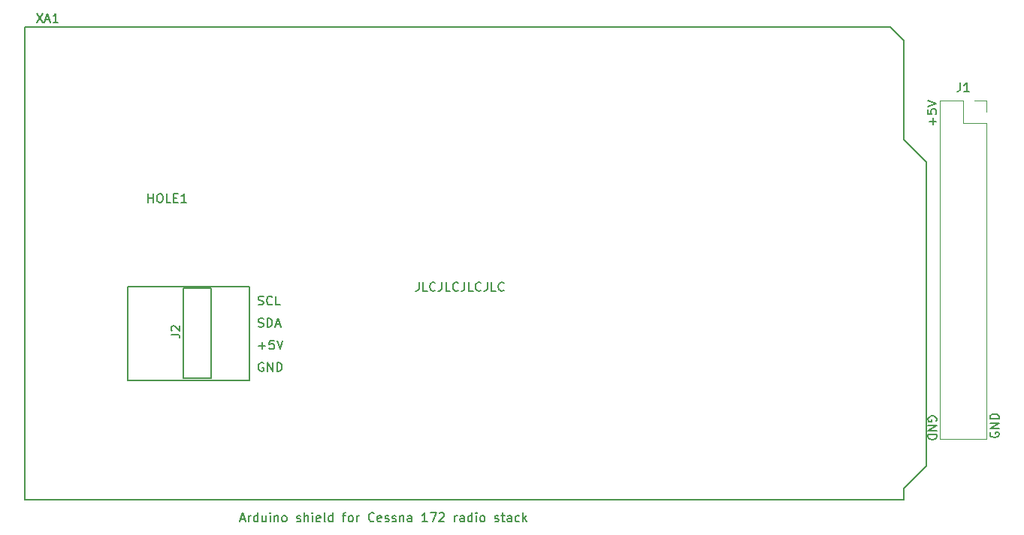
<source format=gbr>
%TF.GenerationSoftware,KiCad,Pcbnew,(5.1.6)-1*%
%TF.CreationDate,2020-09-26T17:31:42-07:00*%
%TF.ProjectId,ArduinoShield,41726475-696e-46f5-9368-69656c642e6b,rev?*%
%TF.SameCoordinates,Original*%
%TF.FileFunction,Legend,Top*%
%TF.FilePolarity,Positive*%
%FSLAX46Y46*%
G04 Gerber Fmt 4.6, Leading zero omitted, Abs format (unit mm)*
G04 Created by KiCad (PCBNEW (5.1.6)-1) date 2020-09-26 17:31:42*
%MOMM*%
%LPD*%
G01*
G04 APERTURE LIST*
%ADD10C,0.150000*%
%ADD11C,0.120000*%
%ADD12C,0.203200*%
G04 APERTURE END LIST*
D10*
X144380952Y-94452380D02*
X144380952Y-95166666D01*
X144333333Y-95309523D01*
X144238095Y-95404761D01*
X144095238Y-95452380D01*
X144000000Y-95452380D01*
X145333333Y-95452380D02*
X144857142Y-95452380D01*
X144857142Y-94452380D01*
X146238095Y-95357142D02*
X146190476Y-95404761D01*
X146047619Y-95452380D01*
X145952380Y-95452380D01*
X145809523Y-95404761D01*
X145714285Y-95309523D01*
X145666666Y-95214285D01*
X145619047Y-95023809D01*
X145619047Y-94880952D01*
X145666666Y-94690476D01*
X145714285Y-94595238D01*
X145809523Y-94500000D01*
X145952380Y-94452380D01*
X146047619Y-94452380D01*
X146190476Y-94500000D01*
X146238095Y-94547619D01*
X146952380Y-94452380D02*
X146952380Y-95166666D01*
X146904761Y-95309523D01*
X146809523Y-95404761D01*
X146666666Y-95452380D01*
X146571428Y-95452380D01*
X147904761Y-95452380D02*
X147428571Y-95452380D01*
X147428571Y-94452380D01*
X148809523Y-95357142D02*
X148761904Y-95404761D01*
X148619047Y-95452380D01*
X148523809Y-95452380D01*
X148380952Y-95404761D01*
X148285714Y-95309523D01*
X148238095Y-95214285D01*
X148190476Y-95023809D01*
X148190476Y-94880952D01*
X148238095Y-94690476D01*
X148285714Y-94595238D01*
X148380952Y-94500000D01*
X148523809Y-94452380D01*
X148619047Y-94452380D01*
X148761904Y-94500000D01*
X148809523Y-94547619D01*
X149523809Y-94452380D02*
X149523809Y-95166666D01*
X149476190Y-95309523D01*
X149380952Y-95404761D01*
X149238095Y-95452380D01*
X149142857Y-95452380D01*
X150476190Y-95452380D02*
X150000000Y-95452380D01*
X150000000Y-94452380D01*
X151380952Y-95357142D02*
X151333333Y-95404761D01*
X151190476Y-95452380D01*
X151095238Y-95452380D01*
X150952380Y-95404761D01*
X150857142Y-95309523D01*
X150809523Y-95214285D01*
X150761904Y-95023809D01*
X150761904Y-94880952D01*
X150809523Y-94690476D01*
X150857142Y-94595238D01*
X150952380Y-94500000D01*
X151095238Y-94452380D01*
X151190476Y-94452380D01*
X151333333Y-94500000D01*
X151380952Y-94547619D01*
X152095238Y-94452380D02*
X152095238Y-95166666D01*
X152047619Y-95309523D01*
X151952380Y-95404761D01*
X151809523Y-95452380D01*
X151714285Y-95452380D01*
X153047619Y-95452380D02*
X152571428Y-95452380D01*
X152571428Y-94452380D01*
X153952380Y-95357142D02*
X153904761Y-95404761D01*
X153761904Y-95452380D01*
X153666666Y-95452380D01*
X153523809Y-95404761D01*
X153428571Y-95309523D01*
X153380952Y-95214285D01*
X153333333Y-95023809D01*
X153333333Y-94880952D01*
X153380952Y-94690476D01*
X153428571Y-94595238D01*
X153523809Y-94500000D01*
X153666666Y-94452380D01*
X153761904Y-94452380D01*
X153904761Y-94500000D01*
X153952380Y-94547619D01*
X124287976Y-121166666D02*
X124764166Y-121166666D01*
X124192738Y-121452380D02*
X124526071Y-120452380D01*
X124859404Y-121452380D01*
X125192738Y-121452380D02*
X125192738Y-120785714D01*
X125192738Y-120976190D02*
X125240357Y-120880952D01*
X125287976Y-120833333D01*
X125383214Y-120785714D01*
X125478452Y-120785714D01*
X126240357Y-121452380D02*
X126240357Y-120452380D01*
X126240357Y-121404761D02*
X126145119Y-121452380D01*
X125954642Y-121452380D01*
X125859404Y-121404761D01*
X125811785Y-121357142D01*
X125764166Y-121261904D01*
X125764166Y-120976190D01*
X125811785Y-120880952D01*
X125859404Y-120833333D01*
X125954642Y-120785714D01*
X126145119Y-120785714D01*
X126240357Y-120833333D01*
X127145119Y-120785714D02*
X127145119Y-121452380D01*
X126716547Y-120785714D02*
X126716547Y-121309523D01*
X126764166Y-121404761D01*
X126859404Y-121452380D01*
X127002261Y-121452380D01*
X127097500Y-121404761D01*
X127145119Y-121357142D01*
X127621309Y-121452380D02*
X127621309Y-120785714D01*
X127621309Y-120452380D02*
X127573690Y-120500000D01*
X127621309Y-120547619D01*
X127668928Y-120500000D01*
X127621309Y-120452380D01*
X127621309Y-120547619D01*
X128097500Y-120785714D02*
X128097500Y-121452380D01*
X128097500Y-120880952D02*
X128145119Y-120833333D01*
X128240357Y-120785714D01*
X128383214Y-120785714D01*
X128478452Y-120833333D01*
X128526071Y-120928571D01*
X128526071Y-121452380D01*
X129145119Y-121452380D02*
X129049880Y-121404761D01*
X129002261Y-121357142D01*
X128954642Y-121261904D01*
X128954642Y-120976190D01*
X129002261Y-120880952D01*
X129049880Y-120833333D01*
X129145119Y-120785714D01*
X129287976Y-120785714D01*
X129383214Y-120833333D01*
X129430833Y-120880952D01*
X129478452Y-120976190D01*
X129478452Y-121261904D01*
X129430833Y-121357142D01*
X129383214Y-121404761D01*
X129287976Y-121452380D01*
X129145119Y-121452380D01*
X130621309Y-121404761D02*
X130716547Y-121452380D01*
X130907023Y-121452380D01*
X131002261Y-121404761D01*
X131049880Y-121309523D01*
X131049880Y-121261904D01*
X131002261Y-121166666D01*
X130907023Y-121119047D01*
X130764166Y-121119047D01*
X130668928Y-121071428D01*
X130621309Y-120976190D01*
X130621309Y-120928571D01*
X130668928Y-120833333D01*
X130764166Y-120785714D01*
X130907023Y-120785714D01*
X131002261Y-120833333D01*
X131478452Y-121452380D02*
X131478452Y-120452380D01*
X131907023Y-121452380D02*
X131907023Y-120928571D01*
X131859404Y-120833333D01*
X131764166Y-120785714D01*
X131621309Y-120785714D01*
X131526071Y-120833333D01*
X131478452Y-120880952D01*
X132383214Y-121452380D02*
X132383214Y-120785714D01*
X132383214Y-120452380D02*
X132335595Y-120500000D01*
X132383214Y-120547619D01*
X132430833Y-120500000D01*
X132383214Y-120452380D01*
X132383214Y-120547619D01*
X133240357Y-121404761D02*
X133145119Y-121452380D01*
X132954642Y-121452380D01*
X132859404Y-121404761D01*
X132811785Y-121309523D01*
X132811785Y-120928571D01*
X132859404Y-120833333D01*
X132954642Y-120785714D01*
X133145119Y-120785714D01*
X133240357Y-120833333D01*
X133287976Y-120928571D01*
X133287976Y-121023809D01*
X132811785Y-121119047D01*
X133859404Y-121452380D02*
X133764166Y-121404761D01*
X133716547Y-121309523D01*
X133716547Y-120452380D01*
X134668928Y-121452380D02*
X134668928Y-120452380D01*
X134668928Y-121404761D02*
X134573690Y-121452380D01*
X134383214Y-121452380D01*
X134287976Y-121404761D01*
X134240357Y-121357142D01*
X134192738Y-121261904D01*
X134192738Y-120976190D01*
X134240357Y-120880952D01*
X134287976Y-120833333D01*
X134383214Y-120785714D01*
X134573690Y-120785714D01*
X134668928Y-120833333D01*
X135764166Y-120785714D02*
X136145119Y-120785714D01*
X135907023Y-121452380D02*
X135907023Y-120595238D01*
X135954642Y-120500000D01*
X136049880Y-120452380D01*
X136145119Y-120452380D01*
X136621309Y-121452380D02*
X136526071Y-121404761D01*
X136478452Y-121357142D01*
X136430833Y-121261904D01*
X136430833Y-120976190D01*
X136478452Y-120880952D01*
X136526071Y-120833333D01*
X136621309Y-120785714D01*
X136764166Y-120785714D01*
X136859404Y-120833333D01*
X136907023Y-120880952D01*
X136954642Y-120976190D01*
X136954642Y-121261904D01*
X136907023Y-121357142D01*
X136859404Y-121404761D01*
X136764166Y-121452380D01*
X136621309Y-121452380D01*
X137383214Y-121452380D02*
X137383214Y-120785714D01*
X137383214Y-120976190D02*
X137430833Y-120880952D01*
X137478452Y-120833333D01*
X137573690Y-120785714D01*
X137668928Y-120785714D01*
X139335595Y-121357142D02*
X139287976Y-121404761D01*
X139145119Y-121452380D01*
X139049880Y-121452380D01*
X138907023Y-121404761D01*
X138811785Y-121309523D01*
X138764166Y-121214285D01*
X138716547Y-121023809D01*
X138716547Y-120880952D01*
X138764166Y-120690476D01*
X138811785Y-120595238D01*
X138907023Y-120500000D01*
X139049880Y-120452380D01*
X139145119Y-120452380D01*
X139287976Y-120500000D01*
X139335595Y-120547619D01*
X140145119Y-121404761D02*
X140049880Y-121452380D01*
X139859404Y-121452380D01*
X139764166Y-121404761D01*
X139716547Y-121309523D01*
X139716547Y-120928571D01*
X139764166Y-120833333D01*
X139859404Y-120785714D01*
X140049880Y-120785714D01*
X140145119Y-120833333D01*
X140192738Y-120928571D01*
X140192738Y-121023809D01*
X139716547Y-121119047D01*
X140573690Y-121404761D02*
X140668928Y-121452380D01*
X140859404Y-121452380D01*
X140954642Y-121404761D01*
X141002261Y-121309523D01*
X141002261Y-121261904D01*
X140954642Y-121166666D01*
X140859404Y-121119047D01*
X140716547Y-121119047D01*
X140621309Y-121071428D01*
X140573690Y-120976190D01*
X140573690Y-120928571D01*
X140621309Y-120833333D01*
X140716547Y-120785714D01*
X140859404Y-120785714D01*
X140954642Y-120833333D01*
X141383214Y-121404761D02*
X141478452Y-121452380D01*
X141668928Y-121452380D01*
X141764166Y-121404761D01*
X141811785Y-121309523D01*
X141811785Y-121261904D01*
X141764166Y-121166666D01*
X141668928Y-121119047D01*
X141526071Y-121119047D01*
X141430833Y-121071428D01*
X141383214Y-120976190D01*
X141383214Y-120928571D01*
X141430833Y-120833333D01*
X141526071Y-120785714D01*
X141668928Y-120785714D01*
X141764166Y-120833333D01*
X142240357Y-120785714D02*
X142240357Y-121452380D01*
X142240357Y-120880952D02*
X142287976Y-120833333D01*
X142383214Y-120785714D01*
X142526071Y-120785714D01*
X142621309Y-120833333D01*
X142668928Y-120928571D01*
X142668928Y-121452380D01*
X143573690Y-121452380D02*
X143573690Y-120928571D01*
X143526071Y-120833333D01*
X143430833Y-120785714D01*
X143240357Y-120785714D01*
X143145119Y-120833333D01*
X143573690Y-121404761D02*
X143478452Y-121452380D01*
X143240357Y-121452380D01*
X143145119Y-121404761D01*
X143097500Y-121309523D01*
X143097500Y-121214285D01*
X143145119Y-121119047D01*
X143240357Y-121071428D01*
X143478452Y-121071428D01*
X143573690Y-121023809D01*
X145335595Y-121452380D02*
X144764166Y-121452380D01*
X145049880Y-121452380D02*
X145049880Y-120452380D01*
X144954642Y-120595238D01*
X144859404Y-120690476D01*
X144764166Y-120738095D01*
X145668928Y-120452380D02*
X146335595Y-120452380D01*
X145907023Y-121452380D01*
X146668928Y-120547619D02*
X146716547Y-120500000D01*
X146811785Y-120452380D01*
X147049880Y-120452380D01*
X147145119Y-120500000D01*
X147192738Y-120547619D01*
X147240357Y-120642857D01*
X147240357Y-120738095D01*
X147192738Y-120880952D01*
X146621309Y-121452380D01*
X147240357Y-121452380D01*
X148430833Y-121452380D02*
X148430833Y-120785714D01*
X148430833Y-120976190D02*
X148478452Y-120880952D01*
X148526071Y-120833333D01*
X148621309Y-120785714D01*
X148716547Y-120785714D01*
X149478452Y-121452380D02*
X149478452Y-120928571D01*
X149430833Y-120833333D01*
X149335595Y-120785714D01*
X149145119Y-120785714D01*
X149049880Y-120833333D01*
X149478452Y-121404761D02*
X149383214Y-121452380D01*
X149145119Y-121452380D01*
X149049880Y-121404761D01*
X149002261Y-121309523D01*
X149002261Y-121214285D01*
X149049880Y-121119047D01*
X149145119Y-121071428D01*
X149383214Y-121071428D01*
X149478452Y-121023809D01*
X150383214Y-121452380D02*
X150383214Y-120452380D01*
X150383214Y-121404761D02*
X150287976Y-121452380D01*
X150097500Y-121452380D01*
X150002261Y-121404761D01*
X149954642Y-121357142D01*
X149907023Y-121261904D01*
X149907023Y-120976190D01*
X149954642Y-120880952D01*
X150002261Y-120833333D01*
X150097500Y-120785714D01*
X150287976Y-120785714D01*
X150383214Y-120833333D01*
X150859404Y-121452380D02*
X150859404Y-120785714D01*
X150859404Y-120452380D02*
X150811785Y-120500000D01*
X150859404Y-120547619D01*
X150907023Y-120500000D01*
X150859404Y-120452380D01*
X150859404Y-120547619D01*
X151478452Y-121452380D02*
X151383214Y-121404761D01*
X151335595Y-121357142D01*
X151287976Y-121261904D01*
X151287976Y-120976190D01*
X151335595Y-120880952D01*
X151383214Y-120833333D01*
X151478452Y-120785714D01*
X151621309Y-120785714D01*
X151716547Y-120833333D01*
X151764166Y-120880952D01*
X151811785Y-120976190D01*
X151811785Y-121261904D01*
X151764166Y-121357142D01*
X151716547Y-121404761D01*
X151621309Y-121452380D01*
X151478452Y-121452380D01*
X152954642Y-121404761D02*
X153049880Y-121452380D01*
X153240357Y-121452380D01*
X153335595Y-121404761D01*
X153383214Y-121309523D01*
X153383214Y-121261904D01*
X153335595Y-121166666D01*
X153240357Y-121119047D01*
X153097500Y-121119047D01*
X153002261Y-121071428D01*
X152954642Y-120976190D01*
X152954642Y-120928571D01*
X153002261Y-120833333D01*
X153097500Y-120785714D01*
X153240357Y-120785714D01*
X153335595Y-120833333D01*
X153668928Y-120785714D02*
X154049880Y-120785714D01*
X153811785Y-120452380D02*
X153811785Y-121309523D01*
X153859404Y-121404761D01*
X153954642Y-121452380D01*
X154049880Y-121452380D01*
X154811785Y-121452380D02*
X154811785Y-120928571D01*
X154764166Y-120833333D01*
X154668928Y-120785714D01*
X154478452Y-120785714D01*
X154383214Y-120833333D01*
X154811785Y-121404761D02*
X154716547Y-121452380D01*
X154478452Y-121452380D01*
X154383214Y-121404761D01*
X154335595Y-121309523D01*
X154335595Y-121214285D01*
X154383214Y-121119047D01*
X154478452Y-121071428D01*
X154716547Y-121071428D01*
X154811785Y-121023809D01*
X155716547Y-121404761D02*
X155621309Y-121452380D01*
X155430833Y-121452380D01*
X155335595Y-121404761D01*
X155287976Y-121357142D01*
X155240357Y-121261904D01*
X155240357Y-120976190D01*
X155287976Y-120880952D01*
X155335595Y-120833333D01*
X155430833Y-120785714D01*
X155621309Y-120785714D01*
X155716547Y-120833333D01*
X156145119Y-121452380D02*
X156145119Y-120452380D01*
X156240357Y-121071428D02*
X156526071Y-121452380D01*
X156526071Y-120785714D02*
X156145119Y-121166666D01*
X126859404Y-103548000D02*
X126764166Y-103500380D01*
X126621309Y-103500380D01*
X126478452Y-103548000D01*
X126383214Y-103643238D01*
X126335595Y-103738476D01*
X126287976Y-103928952D01*
X126287976Y-104071809D01*
X126335595Y-104262285D01*
X126383214Y-104357523D01*
X126478452Y-104452761D01*
X126621309Y-104500380D01*
X126716547Y-104500380D01*
X126859404Y-104452761D01*
X126907023Y-104405142D01*
X126907023Y-104071809D01*
X126716547Y-104071809D01*
X127335595Y-104500380D02*
X127335595Y-103500380D01*
X127907023Y-104500380D01*
X127907023Y-103500380D01*
X128383214Y-104500380D02*
X128383214Y-103500380D01*
X128621309Y-103500380D01*
X128764166Y-103548000D01*
X128859404Y-103643238D01*
X128907023Y-103738476D01*
X128954642Y-103928952D01*
X128954642Y-104071809D01*
X128907023Y-104262285D01*
X128859404Y-104357523D01*
X128764166Y-104452761D01*
X128621309Y-104500380D01*
X128383214Y-104500380D01*
X126335595Y-101619428D02*
X127097500Y-101619428D01*
X126716547Y-102000380D02*
X126716547Y-101238476D01*
X128049880Y-101000380D02*
X127573690Y-101000380D01*
X127526071Y-101476571D01*
X127573690Y-101428952D01*
X127668928Y-101381333D01*
X127907023Y-101381333D01*
X128002261Y-101428952D01*
X128049880Y-101476571D01*
X128097500Y-101571809D01*
X128097500Y-101809904D01*
X128049880Y-101905142D01*
X128002261Y-101952761D01*
X127907023Y-102000380D01*
X127668928Y-102000380D01*
X127573690Y-101952761D01*
X127526071Y-101905142D01*
X128383214Y-101000380D02*
X128716547Y-102000380D01*
X129049880Y-101000380D01*
X126287976Y-99452761D02*
X126430833Y-99500380D01*
X126668928Y-99500380D01*
X126764166Y-99452761D01*
X126811785Y-99405142D01*
X126859404Y-99309904D01*
X126859404Y-99214666D01*
X126811785Y-99119428D01*
X126764166Y-99071809D01*
X126668928Y-99024190D01*
X126478452Y-98976571D01*
X126383214Y-98928952D01*
X126335595Y-98881333D01*
X126287976Y-98786095D01*
X126287976Y-98690857D01*
X126335595Y-98595619D01*
X126383214Y-98548000D01*
X126478452Y-98500380D01*
X126716547Y-98500380D01*
X126859404Y-98548000D01*
X127287976Y-99500380D02*
X127287976Y-98500380D01*
X127526071Y-98500380D01*
X127668928Y-98548000D01*
X127764166Y-98643238D01*
X127811785Y-98738476D01*
X127859404Y-98928952D01*
X127859404Y-99071809D01*
X127811785Y-99262285D01*
X127764166Y-99357523D01*
X127668928Y-99452761D01*
X127526071Y-99500380D01*
X127287976Y-99500380D01*
X128240357Y-99214666D02*
X128716547Y-99214666D01*
X128145119Y-99500380D02*
X128478452Y-98500380D01*
X128811785Y-99500380D01*
X126287976Y-96952761D02*
X126430833Y-97000380D01*
X126668928Y-97000380D01*
X126764166Y-96952761D01*
X126811785Y-96905142D01*
X126859404Y-96809904D01*
X126859404Y-96714666D01*
X126811785Y-96619428D01*
X126764166Y-96571809D01*
X126668928Y-96524190D01*
X126478452Y-96476571D01*
X126383214Y-96428952D01*
X126335595Y-96381333D01*
X126287976Y-96286095D01*
X126287976Y-96190857D01*
X126335595Y-96095619D01*
X126383214Y-96048000D01*
X126478452Y-96000380D01*
X126716547Y-96000380D01*
X126859404Y-96048000D01*
X127859404Y-96905142D02*
X127811785Y-96952761D01*
X127668928Y-97000380D01*
X127573690Y-97000380D01*
X127430833Y-96952761D01*
X127335595Y-96857523D01*
X127287976Y-96762285D01*
X127240357Y-96571809D01*
X127240357Y-96428952D01*
X127287976Y-96238476D01*
X127335595Y-96143238D01*
X127430833Y-96048000D01*
X127573690Y-96000380D01*
X127668928Y-96000380D01*
X127811785Y-96048000D01*
X127859404Y-96095619D01*
X128764166Y-97000380D02*
X128287976Y-97000380D01*
X128287976Y-96000380D01*
X202704000Y-110109404D02*
X202751619Y-110014166D01*
X202751619Y-109871309D01*
X202704000Y-109728452D01*
X202608761Y-109633214D01*
X202513523Y-109585595D01*
X202323047Y-109537976D01*
X202180190Y-109537976D01*
X201989714Y-109585595D01*
X201894476Y-109633214D01*
X201799238Y-109728452D01*
X201751619Y-109871309D01*
X201751619Y-109966547D01*
X201799238Y-110109404D01*
X201846857Y-110157023D01*
X202180190Y-110157023D01*
X202180190Y-109966547D01*
X201751619Y-110585595D02*
X202751619Y-110585595D01*
X201751619Y-111157023D01*
X202751619Y-111157023D01*
X201751619Y-111633214D02*
X202751619Y-111633214D01*
X202751619Y-111871309D01*
X202704000Y-112014166D01*
X202608761Y-112109404D01*
X202513523Y-112157023D01*
X202323047Y-112204642D01*
X202180190Y-112204642D01*
X201989714Y-112157023D01*
X201894476Y-112109404D01*
X201799238Y-112014166D01*
X201751619Y-111871309D01*
X201751619Y-111633214D01*
X208796000Y-111390595D02*
X208748380Y-111485833D01*
X208748380Y-111628690D01*
X208796000Y-111771547D01*
X208891238Y-111866785D01*
X208986476Y-111914404D01*
X209176952Y-111962023D01*
X209319809Y-111962023D01*
X209510285Y-111914404D01*
X209605523Y-111866785D01*
X209700761Y-111771547D01*
X209748380Y-111628690D01*
X209748380Y-111533452D01*
X209700761Y-111390595D01*
X209653142Y-111342976D01*
X209319809Y-111342976D01*
X209319809Y-111533452D01*
X209748380Y-110914404D02*
X208748380Y-110914404D01*
X209748380Y-110342976D01*
X208748380Y-110342976D01*
X209748380Y-109866785D02*
X208748380Y-109866785D01*
X208748380Y-109628690D01*
X208796000Y-109485833D01*
X208891238Y-109390595D01*
X208986476Y-109342976D01*
X209176952Y-109295357D01*
X209319809Y-109295357D01*
X209510285Y-109342976D01*
X209605523Y-109390595D01*
X209700761Y-109485833D01*
X209748380Y-109628690D01*
X209748380Y-109866785D01*
X202321428Y-76664404D02*
X202321428Y-75902500D01*
X202702380Y-76283452D02*
X201940476Y-76283452D01*
X201702380Y-74950119D02*
X201702380Y-75426309D01*
X202178571Y-75473928D01*
X202130952Y-75426309D01*
X202083333Y-75331071D01*
X202083333Y-75092976D01*
X202130952Y-74997738D01*
X202178571Y-74950119D01*
X202273809Y-74902500D01*
X202511904Y-74902500D01*
X202607142Y-74950119D01*
X202654761Y-74997738D01*
X202702380Y-75092976D01*
X202702380Y-75331071D01*
X202654761Y-75426309D01*
X202607142Y-75473928D01*
X201702380Y-74616785D02*
X202702380Y-74283452D01*
X201702380Y-73950119D01*
%TO.C,XA1*%
X100000000Y-65660000D02*
X197536000Y-65660000D01*
X100000000Y-119000000D02*
X199060000Y-119000000D01*
X197536000Y-65660000D02*
X199060000Y-67184000D01*
X199060000Y-119000000D02*
X199060000Y-117730000D01*
X199060000Y-117730000D02*
X201600000Y-115190000D01*
X201600000Y-115190000D02*
X201600000Y-80900000D01*
X201600000Y-80900000D02*
X199060000Y-78360000D01*
X199060000Y-78360000D02*
X199060000Y-67184000D01*
X100000000Y-65660000D02*
X100000000Y-119000000D01*
D11*
%TO.C,J1*%
X207000000Y-73920000D02*
X208330000Y-73920000D01*
X208330000Y-73920000D02*
X208330000Y-75250000D01*
X205730000Y-73920000D02*
X205730000Y-76520000D01*
X205730000Y-76520000D02*
X208330000Y-76520000D01*
X208330000Y-76520000D02*
X208330000Y-112140000D01*
X203130000Y-112140000D02*
X208330000Y-112140000D01*
X203130000Y-73920000D02*
X203130000Y-112140000D01*
X203130000Y-73920000D02*
X205730000Y-73920000D01*
D12*
%TO.C,J2*%
X120952000Y-105270000D02*
X120952000Y-95110000D01*
X120950000Y-95110000D02*
X117800000Y-95110000D01*
X117800000Y-95110000D02*
X117800000Y-105270000D01*
X117800000Y-105270000D02*
X120900000Y-105270000D01*
X111600000Y-105500000D02*
X111600000Y-94900000D01*
X111600000Y-94900000D02*
X125300000Y-94900000D01*
X125300000Y-94900000D02*
X125300000Y-105500000D01*
X125300000Y-105500000D02*
X111600000Y-105500000D01*
%TO.C,HOLE1*%
D10*
X113857142Y-85452380D02*
X113857142Y-84452380D01*
X113857142Y-84928571D02*
X114428571Y-84928571D01*
X114428571Y-85452380D02*
X114428571Y-84452380D01*
X115095238Y-84452380D02*
X115285714Y-84452380D01*
X115380952Y-84500000D01*
X115476190Y-84595238D01*
X115523809Y-84785714D01*
X115523809Y-85119047D01*
X115476190Y-85309523D01*
X115380952Y-85404761D01*
X115285714Y-85452380D01*
X115095238Y-85452380D01*
X115000000Y-85404761D01*
X114904761Y-85309523D01*
X114857142Y-85119047D01*
X114857142Y-84785714D01*
X114904761Y-84595238D01*
X115000000Y-84500000D01*
X115095238Y-84452380D01*
X116428571Y-85452380D02*
X115952380Y-85452380D01*
X115952380Y-84452380D01*
X116761904Y-84928571D02*
X117095238Y-84928571D01*
X117238095Y-85452380D02*
X116761904Y-85452380D01*
X116761904Y-84452380D01*
X117238095Y-84452380D01*
X118190476Y-85452380D02*
X117619047Y-85452380D01*
X117904761Y-85452380D02*
X117904761Y-84452380D01*
X117809523Y-84595238D01*
X117714285Y-84690476D01*
X117619047Y-84738095D01*
%TO.C,XA1*%
X101301904Y-64096380D02*
X101968571Y-65096380D01*
X101968571Y-64096380D02*
X101301904Y-65096380D01*
X102301904Y-64810666D02*
X102778095Y-64810666D01*
X102206666Y-65096380D02*
X102540000Y-64096380D01*
X102873333Y-65096380D01*
X103730476Y-65096380D02*
X103159047Y-65096380D01*
X103444761Y-65096380D02*
X103444761Y-64096380D01*
X103349523Y-64239238D01*
X103254285Y-64334476D01*
X103159047Y-64382095D01*
%TO.C,J1*%
X205396666Y-71932380D02*
X205396666Y-72646666D01*
X205349047Y-72789523D01*
X205253809Y-72884761D01*
X205110952Y-72932380D01*
X205015714Y-72932380D01*
X206396666Y-72932380D02*
X205825238Y-72932380D01*
X206110952Y-72932380D02*
X206110952Y-71932380D01*
X206015714Y-72075238D01*
X205920476Y-72170476D01*
X205825238Y-72218095D01*
%TO.C,J2*%
X116441980Y-100345533D02*
X117156266Y-100345533D01*
X117299123Y-100393152D01*
X117394361Y-100488390D01*
X117441980Y-100631247D01*
X117441980Y-100726485D01*
X116537219Y-99916961D02*
X116489600Y-99869342D01*
X116441980Y-99774104D01*
X116441980Y-99536009D01*
X116489600Y-99440771D01*
X116537219Y-99393152D01*
X116632457Y-99345533D01*
X116727695Y-99345533D01*
X116870552Y-99393152D01*
X117441980Y-99964580D01*
X117441980Y-99345533D01*
%TD*%
M02*

</source>
